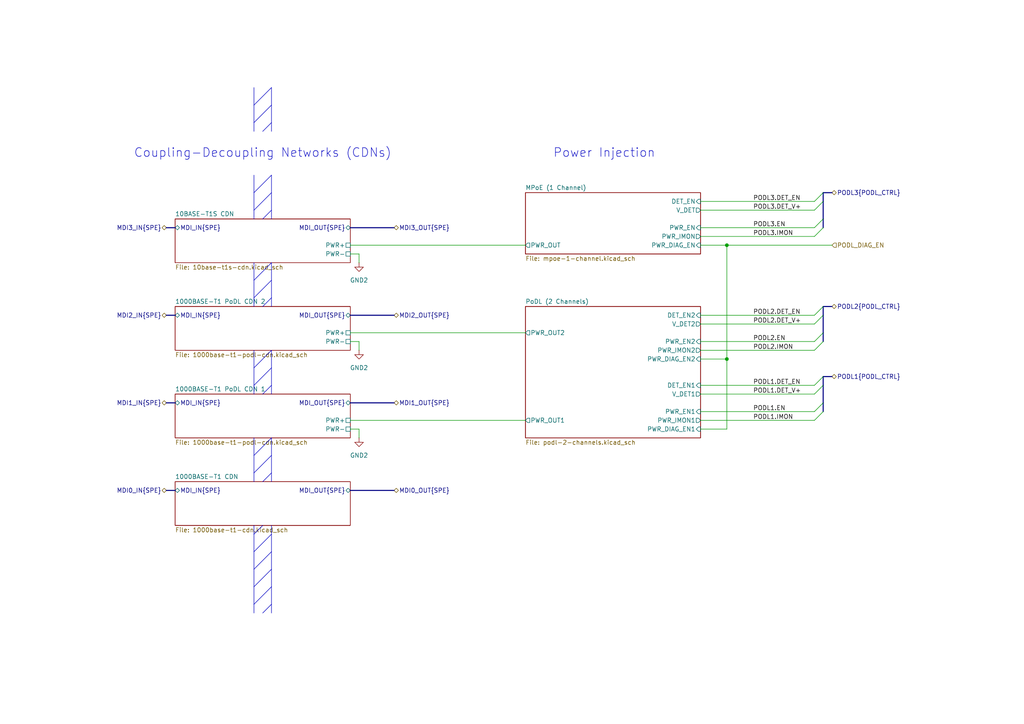
<source format=kicad_sch>
(kicad_sch
	(version 20250114)
	(generator "eeschema")
	(generator_version "9.0")
	(uuid "3172ba30-61a3-4a01-9439-8d42747862b6")
	(paper "A4")
	(title_block
		(title "CDNs and PoDL")
		(date "2025-06-30")
		(comment 4 "Coupling-decoupling networks (CDNs) and power over datalines (PoDL).")
	)
	(lib_symbols
		(symbol "power:GND2"
			(power)
			(pin_numbers
				(hide yes)
			)
			(pin_names
				(offset 0)
				(hide yes)
			)
			(exclude_from_sim no)
			(in_bom yes)
			(on_board yes)
			(property "Reference" "#PWR"
				(at 0 -6.35 0)
				(effects
					(font
						(size 1.27 1.27)
					)
					(hide yes)
				)
			)
			(property "Value" "GND2"
				(at 0 -3.81 0)
				(effects
					(font
						(size 1.27 1.27)
					)
				)
			)
			(property "Footprint" ""
				(at 0 0 0)
				(effects
					(font
						(size 1.27 1.27)
					)
					(hide yes)
				)
			)
			(property "Datasheet" ""
				(at 0 0 0)
				(effects
					(font
						(size 1.27 1.27)
					)
					(hide yes)
				)
			)
			(property "Description" "Power symbol creates a global label with name \"GND2\" , ground"
				(at 0 0 0)
				(effects
					(font
						(size 1.27 1.27)
					)
					(hide yes)
				)
			)
			(property "ki_keywords" "global power"
				(at 0 0 0)
				(effects
					(font
						(size 1.27 1.27)
					)
					(hide yes)
				)
			)
			(symbol "GND2_0_1"
				(polyline
					(pts
						(xy 0 0) (xy 0 -1.27) (xy 1.27 -1.27) (xy 0 -2.54) (xy -1.27 -1.27) (xy 0 -1.27)
					)
					(stroke
						(width 0)
						(type default)
					)
					(fill
						(type none)
					)
				)
			)
			(symbol "GND2_1_1"
				(pin power_in line
					(at 0 0 270)
					(length 0)
					(name "~"
						(effects
							(font
								(size 1.27 1.27)
							)
						)
					)
					(number "1"
						(effects
							(font
								(size 1.27 1.27)
							)
						)
					)
				)
			)
			(embedded_fonts no)
		)
	)
	(text "Power Injection"
		(exclude_from_sim no)
		(at 175.26 44.45 0)
		(effects
			(font
				(size 2.54 2.54)
			)
		)
		(uuid "79d978ed-72a4-4ff8-836c-350d058ad0aa")
	)
	(text "Coupling-Decoupling Networks (CDNs)"
		(exclude_from_sim no)
		(at 76.2 44.45 0)
		(effects
			(font
				(size 2.54 2.54)
			)
		)
		(uuid "e886b70d-4272-4940-81b4-12b8390a4eba")
	)
	(junction
		(at 210.82 104.14)
		(diameter 0)
		(color 0 0 0 0)
		(uuid "f01be7e7-15e1-4aa6-b5ff-cde37ff7b992")
	)
	(junction
		(at 210.82 71.12)
		(diameter 0)
		(color 0 0 0 0)
		(uuid "fc8cf605-b965-4a89-9a95-fd2dbc5fc0dc")
	)
	(bus_entry
		(at 238.76 116.84)
		(size -2.54 2.54)
		(stroke
			(width 0)
			(type default)
		)
		(uuid "061f8297-ee15-4173-8bfe-56c2d7ce7e6f")
	)
	(bus_entry
		(at 238.76 91.44)
		(size -2.54 2.54)
		(stroke
			(width 0)
			(type default)
		)
		(uuid "2dcbde95-dbbd-4699-b260-7b324141a777")
	)
	(bus_entry
		(at 238.76 55.88)
		(size -2.54 2.54)
		(stroke
			(width 0)
			(type default)
		)
		(uuid "2f8a8c50-800e-49ca-ac7c-6fd41131a56b")
	)
	(bus_entry
		(at 238.76 63.5)
		(size -2.54 2.54)
		(stroke
			(width 0)
			(type default)
		)
		(uuid "421de613-1fdc-4207-bb78-387b4fb8b81c")
	)
	(bus_entry
		(at 238.76 88.9)
		(size -2.54 2.54)
		(stroke
			(width 0)
			(type default)
		)
		(uuid "4a88d4d1-394c-451f-9d87-4069ee99bf85")
	)
	(bus_entry
		(at 238.76 66.04)
		(size -2.54 2.54)
		(stroke
			(width 0)
			(type default)
		)
		(uuid "53eb22bb-804a-4030-81e0-2a46f7355145")
	)
	(bus_entry
		(at 238.76 96.52)
		(size -2.54 2.54)
		(stroke
			(width 0)
			(type default)
		)
		(uuid "5a77a39e-d02d-49ab-8486-6d8ded48592c")
	)
	(bus_entry
		(at 238.76 119.38)
		(size -2.54 2.54)
		(stroke
			(width 0)
			(type default)
		)
		(uuid "a121e6f5-2ada-4a80-bf8b-5c997b9ff45f")
	)
	(bus_entry
		(at 238.76 58.42)
		(size -2.54 2.54)
		(stroke
			(width 0)
			(type default)
		)
		(uuid "a241f32c-d4b8-4941-b010-6b5bf77200b1")
	)
	(bus_entry
		(at 238.76 109.22)
		(size -2.54 2.54)
		(stroke
			(width 0)
			(type default)
		)
		(uuid "ad4e6355-c73d-49e0-b712-11957b677e70")
	)
	(bus_entry
		(at 238.76 99.06)
		(size -2.54 2.54)
		(stroke
			(width 0)
			(type default)
		)
		(uuid "c6d14fd4-3360-452b-9714-d7598ed8f1fe")
	)
	(bus_entry
		(at 238.76 111.76)
		(size -2.54 2.54)
		(stroke
			(width 0)
			(type default)
		)
		(uuid "eea383ba-fc40-4d7e-8b33-1e91fe05dbc3")
	)
	(polyline
		(pts
			(xy 76.2 177.8) (xy 78.74 175.26)
		)
		(stroke
			(width 0)
			(type default)
		)
		(uuid "016faf64-766f-40b5-aee7-882f81d99f28")
	)
	(wire
		(pts
			(xy 104.14 99.06) (xy 101.6 99.06)
		)
		(stroke
			(width 0)
			(type default)
		)
		(uuid "01b7a6ab-a3fa-45cb-82c6-536d03f34deb")
	)
	(wire
		(pts
			(xy 203.2 58.42) (xy 236.22 58.42)
		)
		(stroke
			(width 0)
			(type default)
		)
		(uuid "02b78e63-b6be-425c-84b3-caba38d7c34d")
	)
	(polyline
		(pts
			(xy 76.2 63.5) (xy 78.74 60.96)
		)
		(stroke
			(width 0)
			(type default)
		)
		(uuid "02b7ac9c-7d8d-4110-ae08-aaa72f2b73d9")
	)
	(polyline
		(pts
			(xy 76.2 139.7) (xy 78.74 137.16)
		)
		(stroke
			(width 0)
			(type default)
		)
		(uuid "03c486cd-19df-4e2c-be7d-4f3327c84fa4")
	)
	(polyline
		(pts
			(xy 73.66 137.16) (xy 78.74 132.08)
		)
		(stroke
			(width 0)
			(type default)
		)
		(uuid "06a14243-9ada-47fd-aad9-83ec7dceab14")
	)
	(wire
		(pts
			(xy 203.2 111.76) (xy 236.22 111.76)
		)
		(stroke
			(width 0)
			(type default)
		)
		(uuid "0990ad83-6959-4663-8d17-b45ecff87fa5")
	)
	(bus
		(pts
			(xy 238.76 88.9) (xy 238.76 91.44)
		)
		(stroke
			(width 0)
			(type default)
		)
		(uuid "0aea59ba-2de5-4d33-accc-f9dddf772cee")
	)
	(polyline
		(pts
			(xy 73.66 111.76) (xy 78.74 106.68)
		)
		(stroke
			(width 0)
			(type default)
		)
		(uuid "114a0ae2-5baa-4558-9c3e-39e45050b923")
	)
	(wire
		(pts
			(xy 104.14 73.66) (xy 101.6 73.66)
		)
		(stroke
			(width 0)
			(type default)
		)
		(uuid "135d023d-42b5-4356-8c3c-3d1800950040")
	)
	(wire
		(pts
			(xy 104.14 101.6) (xy 104.14 99.06)
		)
		(stroke
			(width 0)
			(type default)
		)
		(uuid "14113401-55ce-4acb-98c5-75e793a11a21")
	)
	(wire
		(pts
			(xy 203.2 104.14) (xy 210.82 104.14)
		)
		(stroke
			(width 0)
			(type default)
		)
		(uuid "1f0ed315-a625-4faf-aa7b-e56da2c71074")
	)
	(wire
		(pts
			(xy 203.2 66.04) (xy 236.22 66.04)
		)
		(stroke
			(width 0)
			(type default)
		)
		(uuid "25fe10aa-1b4e-405c-8967-812b18467fa3")
	)
	(polyline
		(pts
			(xy 73.66 35.56) (xy 78.74 30.48)
		)
		(stroke
			(width 0)
			(type default)
		)
		(uuid "28a654bd-349e-41e3-8af9-c4d58d9b7569")
	)
	(wire
		(pts
			(xy 104.14 124.46) (xy 101.6 124.46)
		)
		(stroke
			(width 0)
			(type default)
		)
		(uuid "2ade5722-f3ca-4fc3-9d32-2ac501974aca")
	)
	(polyline
		(pts
			(xy 73.66 160.02) (xy 78.74 154.94)
		)
		(stroke
			(width 0)
			(type default)
		)
		(uuid "2c88d14f-3ae5-4cbb-9b68-da7db7737510")
	)
	(wire
		(pts
			(xy 203.2 119.38) (xy 236.22 119.38)
		)
		(stroke
			(width 0)
			(type default)
		)
		(uuid "338f4542-1e6e-4e5a-93c9-1a9584b8e319")
	)
	(polyline
		(pts
			(xy 78.74 76.2) (xy 78.74 88.9)
		)
		(stroke
			(width 0)
			(type default)
		)
		(uuid "33bce9b0-7c8c-4a12-b8ba-d1c87b171eac")
	)
	(polyline
		(pts
			(xy 73.66 101.6) (xy 73.66 114.3)
		)
		(stroke
			(width 0)
			(type default)
		)
		(uuid "3f16a58f-35ca-4a26-850c-04d09fae740e")
	)
	(wire
		(pts
			(xy 203.2 60.96) (xy 236.22 60.96)
		)
		(stroke
			(width 0)
			(type default)
		)
		(uuid "42e4a766-8433-4f91-b2db-22d38ce3f4b4")
	)
	(polyline
		(pts
			(xy 73.66 86.36) (xy 78.74 81.28)
		)
		(stroke
			(width 0)
			(type default)
		)
		(uuid "479943fc-4f5a-41da-af90-59cd0787fdad")
	)
	(wire
		(pts
			(xy 203.2 71.12) (xy 210.82 71.12)
		)
		(stroke
			(width 0)
			(type default)
		)
		(uuid "521a5a5a-987f-404a-9ee6-b60b1516b531")
	)
	(bus
		(pts
			(xy 101.6 116.84) (xy 114.3 116.84)
		)
		(stroke
			(width 0)
			(type default)
		)
		(uuid "588d821c-b19a-40d7-acb6-8e92e7b4d059")
	)
	(polyline
		(pts
			(xy 76.2 114.3) (xy 78.74 111.76)
		)
		(stroke
			(width 0)
			(type default)
		)
		(uuid "5d6b9c92-29cd-4ea1-9ba3-3ca12f8df268")
	)
	(polyline
		(pts
			(xy 78.74 127) (xy 78.74 139.7)
		)
		(stroke
			(width 0)
			(type default)
		)
		(uuid "639df3bd-380d-4f80-8ab0-7c8f97658ffd")
	)
	(polyline
		(pts
			(xy 73.66 30.48) (xy 78.74 25.4)
		)
		(stroke
			(width 0)
			(type default)
		)
		(uuid "68e29037-17fd-44cf-a010-a3b30fd1e7b8")
	)
	(bus
		(pts
			(xy 48.26 91.44) (xy 50.8 91.44)
		)
		(stroke
			(width 0)
			(type default)
		)
		(uuid "692d7a8c-2e86-4f5d-b7c4-73cf4d9a234f")
	)
	(polyline
		(pts
			(xy 76.2 88.9) (xy 78.74 86.36)
		)
		(stroke
			(width 0)
			(type default)
		)
		(uuid "6a1b4b18-1157-412e-af2b-75a1d9f94a7c")
	)
	(wire
		(pts
			(xy 203.2 101.6) (xy 236.22 101.6)
		)
		(stroke
			(width 0)
			(type default)
		)
		(uuid "6c34fbe5-0ca0-4eeb-b40e-6a8c3b9e4098")
	)
	(bus
		(pts
			(xy 238.76 109.22) (xy 238.76 111.76)
		)
		(stroke
			(width 0)
			(type default)
		)
		(uuid "6dbfe171-e544-4a7f-bcf9-5bad14aa351e")
	)
	(bus
		(pts
			(xy 238.76 55.88) (xy 238.76 58.42)
		)
		(stroke
			(width 0)
			(type default)
		)
		(uuid "6e47ee1e-203a-4f55-864c-57c6225ba835")
	)
	(wire
		(pts
			(xy 101.6 121.92) (xy 152.4 121.92)
		)
		(stroke
			(width 0)
			(type default)
		)
		(uuid "6e7f201c-17e2-4c75-b0ff-ae00ef6da00f")
	)
	(wire
		(pts
			(xy 203.2 114.3) (xy 236.22 114.3)
		)
		(stroke
			(width 0)
			(type default)
		)
		(uuid "716776f8-935d-4679-95d8-e10ef7323ce6")
	)
	(wire
		(pts
			(xy 104.14 127) (xy 104.14 124.46)
		)
		(stroke
			(width 0)
			(type default)
		)
		(uuid "724f5436-a35b-4726-aaa9-13c1a358b966")
	)
	(bus
		(pts
			(xy 241.3 88.9) (xy 238.76 88.9)
		)
		(stroke
			(width 0)
			(type default)
		)
		(uuid "73cac51e-c410-42c3-9c4a-56aa787b94c7")
	)
	(wire
		(pts
			(xy 203.2 91.44) (xy 236.22 91.44)
		)
		(stroke
			(width 0)
			(type default)
		)
		(uuid "756f52cc-79b4-471f-9762-15eb7f322fde")
	)
	(wire
		(pts
			(xy 104.14 76.2) (xy 104.14 73.66)
		)
		(stroke
			(width 0)
			(type default)
		)
		(uuid "76fc6a06-fe0b-4b43-904d-17be99101e66")
	)
	(wire
		(pts
			(xy 203.2 124.46) (xy 210.82 124.46)
		)
		(stroke
			(width 0)
			(type default)
		)
		(uuid "7d4d691d-eabe-4bcb-8d79-fb8121a1b86e")
	)
	(wire
		(pts
			(xy 101.6 96.52) (xy 152.4 96.52)
		)
		(stroke
			(width 0)
			(type default)
		)
		(uuid "8131a021-8db9-4626-84ce-c676d17aebba")
	)
	(bus
		(pts
			(xy 241.3 55.88) (xy 238.76 55.88)
		)
		(stroke
			(width 0)
			(type default)
		)
		(uuid "82d05886-f649-4220-a9fc-c804518b316d")
	)
	(polyline
		(pts
			(xy 78.74 152.4) (xy 78.74 177.8)
		)
		(stroke
			(width 0)
			(type default)
		)
		(uuid "8606d176-abf0-435a-b68b-efce5a891959")
	)
	(bus
		(pts
			(xy 48.26 142.24) (xy 50.8 142.24)
		)
		(stroke
			(width 0)
			(type default)
		)
		(uuid "8732c417-e985-4bf9-a6fa-8d5180c9d81b")
	)
	(bus
		(pts
			(xy 101.6 142.24) (xy 114.3 142.24)
		)
		(stroke
			(width 0)
			(type default)
		)
		(uuid "89a52c52-86b7-411d-a864-e11fa151d42a")
	)
	(bus
		(pts
			(xy 101.6 66.04) (xy 114.3 66.04)
		)
		(stroke
			(width 0)
			(type default)
		)
		(uuid "8b2ec625-e6b6-4f57-81e8-0e8c0ea4a712")
	)
	(polyline
		(pts
			(xy 73.66 106.68) (xy 78.74 101.6)
		)
		(stroke
			(width 0)
			(type default)
		)
		(uuid "8cbb6c1c-a0b6-45f7-8189-6644b23b44c2")
	)
	(polyline
		(pts
			(xy 73.66 76.2) (xy 73.66 88.9)
		)
		(stroke
			(width 0)
			(type default)
		)
		(uuid "91e95350-a943-4ed1-8f9e-153513c25649")
	)
	(polyline
		(pts
			(xy 73.66 132.08) (xy 78.74 127)
		)
		(stroke
			(width 0)
			(type default)
		)
		(uuid "946294fa-360e-4dc6-8e2d-158ec0381c84")
	)
	(polyline
		(pts
			(xy 73.66 175.26) (xy 78.74 170.18)
		)
		(stroke
			(width 0)
			(type default)
		)
		(uuid "9b64b5c2-5dea-4647-9cdb-6aa2c4be3b74")
	)
	(bus
		(pts
			(xy 101.6 91.44) (xy 114.3 91.44)
		)
		(stroke
			(width 0)
			(type default)
		)
		(uuid "9f73e7b2-cd37-4c6c-888e-720f3e64a32f")
	)
	(polyline
		(pts
			(xy 73.66 170.18) (xy 78.74 165.1)
		)
		(stroke
			(width 0)
			(type default)
		)
		(uuid "a9b869b5-5b10-450e-8247-eca0aabede8e")
	)
	(bus
		(pts
			(xy 238.76 111.76) (xy 238.76 116.84)
		)
		(stroke
			(width 0)
			(type default)
		)
		(uuid "ad2481b7-d2fa-4cbe-b782-f100a1519e69")
	)
	(polyline
		(pts
			(xy 73.66 154.94) (xy 76.2 152.4)
		)
		(stroke
			(width 0)
			(type default)
		)
		(uuid "adb68434-857e-4c71-bf8d-7e4c74068086")
	)
	(wire
		(pts
			(xy 203.2 93.98) (xy 236.22 93.98)
		)
		(stroke
			(width 0)
			(type default)
		)
		(uuid "b2f5e24c-11c7-4ce5-a909-a4c5ec27e566")
	)
	(polyline
		(pts
			(xy 73.66 165.1) (xy 78.74 160.02)
		)
		(stroke
			(width 0)
			(type default)
		)
		(uuid "b92ea218-5220-47d6-9143-08c44f54aee1")
	)
	(bus
		(pts
			(xy 238.76 116.84) (xy 238.76 119.38)
		)
		(stroke
			(width 0)
			(type default)
		)
		(uuid "bce1be75-7932-4982-91e1-0a8dbffd661f")
	)
	(wire
		(pts
			(xy 210.82 71.12) (xy 210.82 104.14)
		)
		(stroke
			(width 0)
			(type default)
		)
		(uuid "bf72af51-3fde-4912-8adb-b3673edefbed")
	)
	(polyline
		(pts
			(xy 76.2 38.1) (xy 78.74 35.56)
		)
		(stroke
			(width 0)
			(type default)
		)
		(uuid "bfabb6fb-ef5a-406a-9788-9e5d3b00e265")
	)
	(wire
		(pts
			(xy 210.82 71.12) (xy 241.3 71.12)
		)
		(stroke
			(width 0)
			(type default)
		)
		(uuid "c86d6eae-aa77-4840-bccd-2c4a54f2c14e")
	)
	(polyline
		(pts
			(xy 73.66 81.28) (xy 78.74 76.2)
		)
		(stroke
			(width 0)
			(type default)
		)
		(uuid "ca0d8b6a-a8a8-4644-acaa-5419fbf82ee8")
	)
	(wire
		(pts
			(xy 101.6 71.12) (xy 152.4 71.12)
		)
		(stroke
			(width 0)
			(type default)
		)
		(uuid "cae2a168-2d1c-4f41-8632-296fb0d25344")
	)
	(polyline
		(pts
			(xy 73.66 127) (xy 73.66 139.7)
		)
		(stroke
			(width 0)
			(type default)
		)
		(uuid "ccf3352a-818e-4221-8490-52c2da7032b6")
	)
	(polyline
		(pts
			(xy 78.74 50.8) (xy 78.74 63.5)
		)
		(stroke
			(width 0)
			(type default)
		)
		(uuid "cd7fcbe4-4657-4387-8e3c-84409ab66d47")
	)
	(wire
		(pts
			(xy 203.2 99.06) (xy 236.22 99.06)
		)
		(stroke
			(width 0)
			(type default)
		)
		(uuid "cffd60d4-8ea0-4580-8e78-f8facf621594")
	)
	(polyline
		(pts
			(xy 73.66 50.8) (xy 73.66 63.5)
		)
		(stroke
			(width 0)
			(type default)
		)
		(uuid "d00f0c11-dc9e-4858-9823-424d3a994dfd")
	)
	(bus
		(pts
			(xy 238.76 58.42) (xy 238.76 63.5)
		)
		(stroke
			(width 0)
			(type default)
		)
		(uuid "d044ed46-022d-43c0-9980-e9ebc4cca46e")
	)
	(wire
		(pts
			(xy 203.2 121.92) (xy 236.22 121.92)
		)
		(stroke
			(width 0)
			(type default)
		)
		(uuid "d0ae5f66-d87f-42ef-958a-2b070e6dca6b")
	)
	(bus
		(pts
			(xy 238.76 91.44) (xy 238.76 96.52)
		)
		(stroke
			(width 0)
			(type default)
		)
		(uuid "d0d27a08-83b9-4f0f-8e49-583cdb1ad7aa")
	)
	(bus
		(pts
			(xy 48.26 116.84) (xy 50.8 116.84)
		)
		(stroke
			(width 0)
			(type default)
		)
		(uuid "d2a454ea-9d9a-4c2a-a166-94faf35f61ea")
	)
	(polyline
		(pts
			(xy 73.66 152.4) (xy 73.66 177.8)
		)
		(stroke
			(width 0)
			(type default)
		)
		(uuid "df3c4c3e-a8ba-420c-ae11-73c3360bec61")
	)
	(bus
		(pts
			(xy 241.3 109.22) (xy 238.76 109.22)
		)
		(stroke
			(width 0)
			(type default)
		)
		(uuid "df987360-86a9-48f9-b2c3-719022f13bc2")
	)
	(bus
		(pts
			(xy 238.76 63.5) (xy 238.76 66.04)
		)
		(stroke
			(width 0)
			(type default)
		)
		(uuid "dffd7701-9e26-4e82-8ef9-b2d510fae7ba")
	)
	(polyline
		(pts
			(xy 78.74 25.4) (xy 78.74 38.1)
		)
		(stroke
			(width 0)
			(type default)
		)
		(uuid "e228d7e6-55b9-4a23-a390-09dab769b72f")
	)
	(bus
		(pts
			(xy 48.26 66.04) (xy 50.8 66.04)
		)
		(stroke
			(width 0)
			(type default)
		)
		(uuid "e2a288b3-5e9c-432c-b100-a37f2de7aaf6")
	)
	(wire
		(pts
			(xy 203.2 68.58) (xy 236.22 68.58)
		)
		(stroke
			(width 0)
			(type default)
		)
		(uuid "e7b426db-e698-46fe-a5d6-1f509ad69842")
	)
	(wire
		(pts
			(xy 210.82 104.14) (xy 210.82 124.46)
		)
		(stroke
			(width 0)
			(type default)
		)
		(uuid "e7b4df62-383a-4f37-95cf-2817d314ceb0")
	)
	(polyline
		(pts
			(xy 73.66 25.4) (xy 73.66 38.1)
		)
		(stroke
			(width 0)
			(type default)
		)
		(uuid "eb3f3943-7c7c-4adf-97ec-029d34b9a2b5")
	)
	(polyline
		(pts
			(xy 73.66 55.88) (xy 78.74 50.8)
		)
		(stroke
			(width 0)
			(type default)
		)
		(uuid "ebb5f746-40e2-4089-a42b-ea953c96facb")
	)
	(polyline
		(pts
			(xy 78.74 101.6) (xy 78.74 114.3)
		)
		(stroke
			(width 0)
			(type default)
		)
		(uuid "f4c923a5-1bab-45a1-bd6a-232bda87bd79")
	)
	(polyline
		(pts
			(xy 73.66 60.96) (xy 78.74 55.88)
		)
		(stroke
			(width 0)
			(type default)
		)
		(uuid "f80faffc-b848-4651-aa77-9dc19df721f8")
	)
	(bus
		(pts
			(xy 238.76 96.52) (xy 238.76 99.06)
		)
		(stroke
			(width 0)
			(type default)
		)
		(uuid "ffd73aaa-e102-4f0e-aefb-fe5363eee189")
	)
	(label "PODL3.DET_EN"
		(at 218.44 58.42 0)
		(effects
			(font
				(size 1.27 1.27)
			)
			(justify left bottom)
		)
		(uuid "627e2764-db70-4e21-92cb-a13876aa4ad0")
	)
	(label "PODL2.DET_EN"
		(at 218.44 91.44 0)
		(effects
			(font
				(size 1.27 1.27)
			)
			(justify left bottom)
		)
		(uuid "663efe15-8a39-4606-9b14-6c16eee0f607")
	)
	(label "PODL3.EN"
		(at 218.44 66.04 0)
		(effects
			(font
				(size 1.27 1.27)
			)
			(justify left bottom)
		)
		(uuid "6d09a9b7-db30-4af1-b7b5-f4c67f900c62")
	)
	(label "PODL2.EN"
		(at 218.44 99.06 0)
		(effects
			(font
				(size 1.27 1.27)
			)
			(justify left bottom)
		)
		(uuid "6d3ea576-e674-4992-925c-7fd3e354a76f")
	)
	(label "PODL3.DET_V+"
		(at 218.44 60.96 0)
		(effects
			(font
				(size 1.27 1.27)
			)
			(justify left bottom)
		)
		(uuid "7e757bb6-4a3f-429b-88a5-514baaf8a910")
	)
	(label "PODL3.IMON"
		(at 218.44 68.58 0)
		(effects
			(font
				(size 1.27 1.27)
			)
			(justify left bottom)
		)
		(uuid "867ea9ad-c52b-407b-87c5-ce7dd3426a30")
	)
	(label "PODL2.DET_V+"
		(at 218.44 93.98 0)
		(effects
			(font
				(size 1.27 1.27)
			)
			(justify left bottom)
		)
		(uuid "9a205437-4267-4fa8-adf7-4edceee6d522")
	)
	(label "PODL1.IMON"
		(at 218.44 121.92 0)
		(effects
			(font
				(size 1.27 1.27)
			)
			(justify left bottom)
		)
		(uuid "9f4ae34a-4252-4c66-b4b6-fd9177c94822")
	)
	(label "PODL1.EN"
		(at 218.44 119.38 0)
		(effects
			(font
				(size 1.27 1.27)
			)
			(justify left bottom)
		)
		(uuid "9f80c504-68aa-46d0-94ec-30cb5d8b5b36")
	)
	(label "PODL1.DET_V+"
		(at 218.44 114.3 0)
		(effects
			(font
				(size 1.27 1.27)
			)
			(justify left bottom)
		)
		(uuid "a548591c-a9f2-4a39-beeb-49c77ab599a6")
	)
	(label "PODL1.DET_EN"
		(at 218.44 111.76 0)
		(effects
			(font
				(size 1.27 1.27)
			)
			(justify left bottom)
		)
		(uuid "aad5c46b-3c77-4dda-b4b4-2bfc0c4fb512")
	)
	(label "PODL2.IMON"
		(at 218.44 101.6 0)
		(effects
			(font
				(size 1.27 1.27)
			)
			(justify left bottom)
		)
		(uuid "c03c0cb8-abd4-4c9a-9783-639a8366cca5")
	)
	(hierarchical_label "MDI3_IN{SPE}"
		(shape bidirectional)
		(at 48.26 66.04 180)
		(effects
			(font
				(size 1.27 1.27)
			)
			(justify right)
		)
		(uuid "0b49e10a-dc19-4d49-a323-cff66bd1d6b5")
	)
	(hierarchical_label "PODL1{PODL_CTRL}"
		(shape bidirectional)
		(at 241.3 109.22 0)
		(effects
			(font
				(size 1.27 1.27)
			)
			(justify left)
		)
		(uuid "1229362b-fd3b-494c-953f-69c8b37c04c2")
	)
	(hierarchical_label "PODL2{PODL_CTRL}"
		(shape bidirectional)
		(at 241.3 88.9 0)
		(effects
			(font
				(size 1.27 1.27)
			)
			(justify left)
		)
		(uuid "1f8bebd8-c0cf-4e89-873d-5291763eaa0d")
	)
	(hierarchical_label "MDI2_OUT{SPE}"
		(shape bidirectional)
		(at 114.3 91.44 0)
		(effects
			(font
				(size 1.27 1.27)
			)
			(justify left)
		)
		(uuid "20184b4d-1648-4073-852c-1544c27e1d69")
	)
	(hierarchical_label "MDI3_OUT{SPE}"
		(shape bidirectional)
		(at 114.3 66.04 0)
		(effects
			(font
				(size 1.27 1.27)
			)
			(justify left)
		)
		(uuid "362b585d-9df0-4003-a815-103b8faee8ab")
	)
	(hierarchical_label "PODL_DIAG_EN"
		(shape input)
		(at 241.3 71.12 0)
		(effects
			(font
				(size 1.27 1.27)
			)
			(justify left)
		)
		(uuid "3f63ac5b-bfb3-406f-b087-728244e0772f")
	)
	(hierarchical_label "MDI1_OUT{SPE}"
		(shape bidirectional)
		(at 114.3 116.84 0)
		(effects
			(font
				(size 1.27 1.27)
			)
			(justify left)
		)
		(uuid "4023b443-d95d-43dd-82d6-71b11e31ab74")
	)
	(hierarchical_label "MDI0_OUT{SPE}"
		(shape bidirectional)
		(at 114.3 142.24 0)
		(effects
			(font
				(size 1.27 1.27)
			)
			(justify left)
		)
		(uuid "55b034d1-553e-4aa1-a415-2e4da1f56d17")
	)
	(hierarchical_label "PODL3{PODL_CTRL}"
		(shape bidirectional)
		(at 241.3 55.88 0)
		(effects
			(font
				(size 1.27 1.27)
			)
			(justify left)
		)
		(uuid "692bfbd5-a7ce-4ac9-8b4d-69bae9251b00")
	)
	(hierarchical_label "MDI0_IN{SPE}"
		(shape bidirectional)
		(at 48.26 142.24 180)
		(effects
			(font
				(size 1.27 1.27)
			)
			(justify right)
		)
		(uuid "7a6f144c-6d68-4211-81ee-81c8c8f6ee85")
	)
	(hierarchical_label "MDI2_IN{SPE}"
		(shape bidirectional)
		(at 48.26 91.44 180)
		(effects
			(font
				(size 1.27 1.27)
			)
			(justify right)
		)
		(uuid "982699a5-0ad4-4962-b98b-2c6d6896289e")
	)
	(hierarchical_label "MDI1_IN{SPE}"
		(shape bidirectional)
		(at 48.26 116.84 180)
		(effects
			(font
				(size 1.27 1.27)
			)
			(justify right)
		)
		(uuid "daa181e5-558f-4614-8268-da8031dbb094")
	)
	(symbol
		(lib_id "power:GND2")
		(at 104.14 127 0)
		(unit 1)
		(exclude_from_sim no)
		(in_bom yes)
		(on_board yes)
		(dnp no)
		(fields_autoplaced yes)
		(uuid "203c0eb5-c92e-4278-8867-2fda6d926efb")
		(property "Reference" "#PWR01703"
			(at 104.14 133.35 0)
			(effects
				(font
					(size 1.27 1.27)
				)
				(hide yes)
			)
		)
		(property "Value" "GND2"
			(at 104.14 132.08 0)
			(effects
				(font
					(size 1.27 1.27)
				)
			)
		)
		(property "Footprint" ""
			(at 104.14 127 0)
			(effects
				(font
					(size 1.27 1.27)
				)
				(hide yes)
			)
		)
		(property "Datasheet" ""
			(at 104.14 127 0)
			(effects
				(font
					(size 1.27 1.27)
				)
				(hide yes)
			)
		)
		(property "Description" "Power symbol creates a global label with name \"GND2\" , ground"
			(at 104.14 127 0)
			(effects
				(font
					(size 1.27 1.27)
				)
				(hide yes)
			)
		)
		(pin "1"
			(uuid "1852c217-f670-4447-b602-17f3a4ea1763")
		)
		(instances
			(project "switch_main_v4"
				(path "/a5e57332-4284-4d3c-ab3c-13bc0ddb29b6/1d1a9833-050c-427e-aa22-8f19cbf4f64e"
					(reference "#PWR01703")
					(unit 1)
				)
			)
		)
	)
	(symbol
		(lib_id "power:GND2")
		(at 104.14 101.6 0)
		(unit 1)
		(exclude_from_sim no)
		(in_bom yes)
		(on_board yes)
		(dnp no)
		(fields_autoplaced yes)
		(uuid "a3bffb69-46ed-48e6-a243-719805474e51")
		(property "Reference" "#PWR01702"
			(at 104.14 107.95 0)
			(effects
				(font
					(size 1.27 1.27)
				)
				(hide yes)
			)
		)
		(property "Value" "GND2"
			(at 104.14 106.68 0)
			(effects
				(font
					(size 1.27 1.27)
				)
			)
		)
		(property "Footprint" ""
			(at 104.14 101.6 0)
			(effects
				(font
					(size 1.27 1.27)
				)
				(hide yes)
			)
		)
		(property "Datasheet" ""
			(at 104.14 101.6 0)
			(effects
				(font
					(size 1.27 1.27)
				)
				(hide yes)
			)
		)
		(property "Description" "Power symbol creates a global label with name \"GND2\" , ground"
			(at 104.14 101.6 0)
			(effects
				(font
					(size 1.27 1.27)
				)
				(hide yes)
			)
		)
		(pin "1"
			(uuid "728e70f3-069d-4596-b7b1-d5f02283ad56")
		)
		(instances
			(project "switch_main_v4"
				(path "/a5e57332-4284-4d3c-ab3c-13bc0ddb29b6/1d1a9833-050c-427e-aa22-8f19cbf4f64e"
					(reference "#PWR01702")
					(unit 1)
				)
			)
		)
	)
	(symbol
		(lib_id "power:GND2")
		(at 104.14 76.2 0)
		(unit 1)
		(exclude_from_sim no)
		(in_bom yes)
		(on_board yes)
		(dnp no)
		(fields_autoplaced yes)
		(uuid "cc9e9313-0709-41cd-9b65-857ae414ba0e")
		(property "Reference" "#PWR01701"
			(at 104.14 82.55 0)
			(effects
				(font
					(size 1.27 1.27)
				)
				(hide yes)
			)
		)
		(property "Value" "GND2"
			(at 104.14 81.28 0)
			(effects
				(font
					(size 1.27 1.27)
				)
			)
		)
		(property "Footprint" ""
			(at 104.14 76.2 0)
			(effects
				(font
					(size 1.27 1.27)
				)
				(hide yes)
			)
		)
		(property "Datasheet" ""
			(at 104.14 76.2 0)
			(effects
				(font
					(size 1.27 1.27)
				)
				(hide yes)
			)
		)
		(property "Description" "Power symbol creates a global label with name \"GND2\" , ground"
			(at 104.14 76.2 0)
			(effects
				(font
					(size 1.27 1.27)
				)
				(hide yes)
			)
		)
		(pin "1"
			(uuid "77bedbcc-e0e7-4a97-952c-eddbbb0da0b9")
		)
		(instances
			(project "switch_main_v4"
				(path "/a5e57332-4284-4d3c-ab3c-13bc0ddb29b6/1d1a9833-050c-427e-aa22-8f19cbf4f64e"
					(reference "#PWR01701")
					(unit 1)
				)
			)
		)
	)
	(sheet
		(at 50.8 88.9)
		(size 50.8 12.7)
		(exclude_from_sim no)
		(in_bom yes)
		(on_board yes)
		(dnp no)
		(fields_autoplaced yes)
		(stroke
			(width 0.1524)
			(type solid)
		)
		(fill
			(color 0 0 0 0.0000)
		)
		(uuid "13b51da5-4b17-4370-9fee-81ef6106ebb2")
		(property "Sheetname" "1000BASE-T1 PoDL CDN 2"
			(at 50.8 88.1884 0)
			(effects
				(font
					(size 1.27 1.27)
				)
				(justify left bottom)
			)
		)
		(property "Sheetfile" "1000base-t1-podl-cdn.kicad_sch"
			(at 50.8 102.1846 0)
			(effects
				(font
					(size 1.27 1.27)
				)
				(justify left top)
			)
		)
		(pin "MDI_IN{SPE}" bidirectional
			(at 50.8 91.44 180)
			(uuid "d4872679-92c7-457f-b0cf-cd0e720a498e")
			(effects
				(font
					(size 1.27 1.27)
				)
				(justify left)
			)
		)
		(pin "MDI_OUT{SPE}" bidirectional
			(at 101.6 91.44 0)
			(uuid "5fe527f6-fa50-4b73-b095-d44a54937732")
			(effects
				(font
					(size 1.27 1.27)
				)
				(justify right)
			)
		)
		(pin "PWR-" passive
			(at 101.6 99.06 0)
			(uuid "42e234ab-7b11-47fb-8899-a7d940cb76ee")
			(effects
				(font
					(size 1.27 1.27)
				)
				(justify right)
			)
		)
		(pin "PWR+" passive
			(at 101.6 96.52 0)
			(uuid "974cfedc-8fea-405a-920d-ccde1c651190")
			(effects
				(font
					(size 1.27 1.27)
				)
				(justify right)
			)
		)
		(instances
			(project "switch_main_v4"
				(path "/a5e57332-4284-4d3c-ab3c-13bc0ddb29b6/1d1a9833-050c-427e-aa22-8f19cbf4f64e"
					(page "20")
				)
			)
		)
	)
	(sheet
		(at 50.8 63.5)
		(size 50.8 12.7)
		(exclude_from_sim no)
		(in_bom yes)
		(on_board yes)
		(dnp no)
		(fields_autoplaced yes)
		(stroke
			(width 0.1524)
			(type solid)
		)
		(fill
			(color 0 0 0 0.0000)
		)
		(uuid "c4e1641a-ba0e-4849-bfcb-134e004c6188")
		(property "Sheetname" "10BASE-T1S CDN"
			(at 50.8 62.7884 0)
			(effects
				(font
					(size 1.27 1.27)
				)
				(justify left bottom)
			)
		)
		(property "Sheetfile" "10base-t1s-cdn.kicad_sch"
			(at 50.8 76.7846 0)
			(effects
				(font
					(size 1.27 1.27)
				)
				(justify left top)
			)
		)
		(pin "MDI_IN{SPE}" bidirectional
			(at 50.8 66.04 180)
			(uuid "430c67e2-9d73-4b27-bc69-0054ecf4e112")
			(effects
				(font
					(size 1.27 1.27)
				)
				(justify left)
			)
		)
		(pin "MDI_OUT{SPE}" bidirectional
			(at 101.6 66.04 0)
			(uuid "77743db1-9b17-4f49-b482-0be4fe3187f7")
			(effects
				(font
					(size 1.27 1.27)
				)
				(justify right)
			)
		)
		(pin "PWR-" passive
			(at 101.6 73.66 0)
			(uuid "9501a0eb-5b6e-493a-8157-9e63dce22083")
			(effects
				(font
					(size 1.27 1.27)
				)
				(justify right)
			)
		)
		(pin "PWR+" passive
			(at 101.6 71.12 0)
			(uuid "56f98dce-58c5-4830-86c1-8d277d6cd193")
			(effects
				(font
					(size 1.27 1.27)
				)
				(justify right)
			)
		)
		(instances
			(project "switch_main_v4"
				(path "/a5e57332-4284-4d3c-ab3c-13bc0ddb29b6/1d1a9833-050c-427e-aa22-8f19cbf4f64e"
					(page "21")
				)
			)
		)
	)
	(sheet
		(at 152.4 88.9)
		(size 50.8 38.1)
		(exclude_from_sim no)
		(in_bom yes)
		(on_board yes)
		(dnp no)
		(fields_autoplaced yes)
		(stroke
			(width 0.1524)
			(type solid)
		)
		(fill
			(color 0 0 0 0.0000)
		)
		(uuid "cb4d0cba-f5ab-4919-a46f-ab25cc50195e")
		(property "Sheetname" "PoDL (2 Channels)"
			(at 152.4 88.1884 0)
			(effects
				(font
					(size 1.27 1.27)
				)
				(justify left bottom)
			)
		)
		(property "Sheetfile" "podl-2-channels.kicad_sch"
			(at 152.4 127.5846 0)
			(effects
				(font
					(size 1.27 1.27)
				)
				(justify left top)
			)
		)
		(pin "PWR_DIAG_EN1" input
			(at 203.2 124.46 0)
			(uuid "b0dd5e60-9a7e-49e3-a619-fb13dd3bc549")
			(effects
				(font
					(size 1.27 1.27)
				)
				(justify right)
			)
		)
		(pin "PWR_DIAG_EN2" input
			(at 203.2 104.14 0)
			(uuid "126d1ad0-9ebb-4e84-88a8-5204bf8b8eb0")
			(effects
				(font
					(size 1.27 1.27)
				)
				(justify right)
			)
		)
		(pin "PWR_EN1" input
			(at 203.2 119.38 0)
			(uuid "a8746b0a-7d72-4769-924e-df41d0804887")
			(effects
				(font
					(size 1.27 1.27)
				)
				(justify right)
			)
		)
		(pin "PWR_EN2" input
			(at 203.2 99.06 0)
			(uuid "e7fbc56e-8420-4616-8ad3-a2cc94695363")
			(effects
				(font
					(size 1.27 1.27)
				)
				(justify right)
			)
		)
		(pin "PWR_IMON1" output
			(at 203.2 121.92 0)
			(uuid "ecbb2fa9-347e-4d18-a073-5bc865160218")
			(effects
				(font
					(size 1.27 1.27)
				)
				(justify right)
			)
		)
		(pin "PWR_IMON2" output
			(at 203.2 101.6 0)
			(uuid "e8c1ca8a-a77e-468b-92a3-e8e1735cdcc1")
			(effects
				(font
					(size 1.27 1.27)
				)
				(justify right)
			)
		)
		(pin "PWR_OUT1" output
			(at 152.4 121.92 180)
			(uuid "c3d58c1e-5df8-4ecf-af00-0708037cdf4d")
			(effects
				(font
					(size 1.27 1.27)
				)
				(justify left)
			)
		)
		(pin "PWR_OUT2" output
			(at 152.4 96.52 180)
			(uuid "85e75f42-be5e-4a66-b7b2-1a2e46796207")
			(effects
				(font
					(size 1.27 1.27)
				)
				(justify left)
			)
		)
		(pin "DET_EN1" input
			(at 203.2 111.76 0)
			(uuid "672e4f17-d328-4fa4-af06-9acb1409df87")
			(effects
				(font
					(size 1.27 1.27)
				)
				(justify right)
			)
		)
		(pin "DET_EN2" input
			(at 203.2 91.44 0)
			(uuid "6f95fd47-1cb8-4482-9a29-844b5d35d8b0")
			(effects
				(font
					(size 1.27 1.27)
				)
				(justify right)
			)
		)
		(pin "V_DET1" output
			(at 203.2 114.3 0)
			(uuid "9e1f729b-99b6-44b2-a764-e83855bb0f8e")
			(effects
				(font
					(size 1.27 1.27)
				)
				(justify right)
			)
		)
		(pin "V_DET2" output
			(at 203.2 93.98 0)
			(uuid "b6af065f-5625-44fd-9cb2-603ca86e268c")
			(effects
				(font
					(size 1.27 1.27)
				)
				(justify right)
			)
		)
		(instances
			(project "switch_main_v4"
				(path "/a5e57332-4284-4d3c-ab3c-13bc0ddb29b6/1d1a9833-050c-427e-aa22-8f19cbf4f64e"
					(page "22")
				)
			)
		)
	)
	(sheet
		(at 50.8 114.3)
		(size 50.8 12.7)
		(exclude_from_sim no)
		(in_bom yes)
		(on_board yes)
		(dnp no)
		(fields_autoplaced yes)
		(stroke
			(width 0.1524)
			(type solid)
		)
		(fill
			(color 0 0 0 0.0000)
		)
		(uuid "d29f4632-ce34-4e81-b7e6-562ae3ed0144")
		(property "Sheetname" "1000BASE-T1 PoDL CDN 1"
			(at 50.8 113.5884 0)
			(effects
				(font
					(size 1.27 1.27)
				)
				(justify left bottom)
			)
		)
		(property "Sheetfile" "1000base-t1-podl-cdn.kicad_sch"
			(at 50.8 127.5846 0)
			(effects
				(font
					(size 1.27 1.27)
				)
				(justify left top)
			)
		)
		(pin "MDI_IN{SPE}" bidirectional
			(at 50.8 116.84 180)
			(uuid "f5c1c87e-b826-4f19-b1be-d051e2c8806e")
			(effects
				(font
					(size 1.27 1.27)
				)
				(justify left)
			)
		)
		(pin "MDI_OUT{SPE}" bidirectional
			(at 101.6 116.84 0)
			(uuid "28ed8988-9b3a-43bb-9a90-825afde750d2")
			(effects
				(font
					(size 1.27 1.27)
				)
				(justify right)
			)
		)
		(pin "PWR+" passive
			(at 101.6 121.92 0)
			(uuid "259b7e2b-7d5e-4e45-b90b-120e7fb54a7e")
			(effects
				(font
					(size 1.27 1.27)
				)
				(justify right)
			)
		)
		(pin "PWR-" passive
			(at 101.6 124.46 0)
			(uuid "27d4c6eb-c3a2-493d-8ae1-9f58ebaebd08")
			(effects
				(font
					(size 1.27 1.27)
				)
				(justify right)
			)
		)
		(instances
			(project "switch_main_v4"
				(path "/a5e57332-4284-4d3c-ab3c-13bc0ddb29b6/1d1a9833-050c-427e-aa22-8f19cbf4f64e"
					(page "19")
				)
			)
		)
	)
	(sheet
		(at 152.4 55.88)
		(size 50.8 17.78)
		(exclude_from_sim no)
		(in_bom yes)
		(on_board yes)
		(dnp no)
		(fields_autoplaced yes)
		(stroke
			(width 0.1524)
			(type solid)
		)
		(fill
			(color 0 0 0 0.0000)
		)
		(uuid "e9846aa4-90cc-45b1-b765-c8bee700c5be")
		(property "Sheetname" "MPoE (1 Channel)"
			(at 152.4 55.1684 0)
			(effects
				(font
					(size 1.27 1.27)
				)
				(justify left bottom)
			)
		)
		(property "Sheetfile" "mpoe-1-channel.kicad_sch"
			(at 152.4 74.2446 0)
			(effects
				(font
					(size 1.27 1.27)
				)
				(justify left top)
			)
		)
		(pin "DET_EN" input
			(at 203.2 58.42 0)
			(uuid "87f10ac2-ee32-4a46-bc14-e4e2173cf9db")
			(effects
				(font
					(size 1.27 1.27)
				)
				(justify right)
			)
		)
		(pin "PWR_DIAG_EN" input
			(at 203.2 71.12 0)
			(uuid "fa3aad90-18e2-4d96-b54f-c62f6560ae3f")
			(effects
				(font
					(size 1.27 1.27)
				)
				(justify right)
			)
		)
		(pin "PWR_EN" input
			(at 203.2 66.04 0)
			(uuid "6dbacc4f-1985-459a-9d9f-32d40ad4c143")
			(effects
				(font
					(size 1.27 1.27)
				)
				(justify right)
			)
		)
		(pin "PWR_IMON" output
			(at 203.2 68.58 0)
			(uuid "76d0e1f9-e9a4-4ee0-82d4-69352d112029")
			(effects
				(font
					(size 1.27 1.27)
				)
				(justify right)
			)
		)
		(pin "PWR_OUT" output
			(at 152.4 71.12 180)
			(uuid "c75a2be4-9069-438e-bb1f-7466b0fd6a35")
			(effects
				(font
					(size 1.27 1.27)
				)
				(justify left)
			)
		)
		(pin "V_DET" output
			(at 203.2 60.96 0)
			(uuid "39f291ca-491c-428b-b483-e95eb7d5a44e")
			(effects
				(font
					(size 1.27 1.27)
				)
				(justify right)
			)
		)
		(instances
			(project "switch_main_v4"
				(path "/a5e57332-4284-4d3c-ab3c-13bc0ddb29b6/1d1a9833-050c-427e-aa22-8f19cbf4f64e"
					(page "23")
				)
			)
		)
	)
	(sheet
		(at 50.8 139.7)
		(size 50.8 12.7)
		(exclude_from_sim no)
		(in_bom yes)
		(on_board yes)
		(dnp no)
		(fields_autoplaced yes)
		(stroke
			(width 0.1524)
			(type solid)
		)
		(fill
			(color 0 0 0 0.0000)
		)
		(uuid "f7f45de7-dc7a-4023-b612-fff7aed6fedb")
		(property "Sheetname" "1000BASE-T1 CDN"
			(at 50.8 138.9884 0)
			(effects
				(font
					(size 1.27 1.27)
				)
				(justify left bottom)
			)
		)
		(property "Sheetfile" "1000base-t1-cdn.kicad_sch"
			(at 50.8 152.9846 0)
			(effects
				(font
					(size 1.27 1.27)
				)
				(justify left top)
			)
		)
		(pin "MDI_IN{SPE}" bidirectional
			(at 50.8 142.24 180)
			(uuid "9caab4e8-68cd-4db9-b3fe-6253be062acc")
			(effects
				(font
					(size 1.27 1.27)
				)
				(justify left)
			)
		)
		(pin "MDI_OUT{SPE}" bidirectional
			(at 101.6 142.24 0)
			(uuid "07282715-ee17-4e7b-ad9b-bfcaffc7d39f")
			(effects
				(font
					(size 1.27 1.27)
				)
				(justify right)
			)
		)
		(instances
			(project "switch_main_v4"
				(path "/a5e57332-4284-4d3c-ab3c-13bc0ddb29b6/1d1a9833-050c-427e-aa22-8f19cbf4f64e"
					(page "18")
				)
			)
		)
	)
)

</source>
